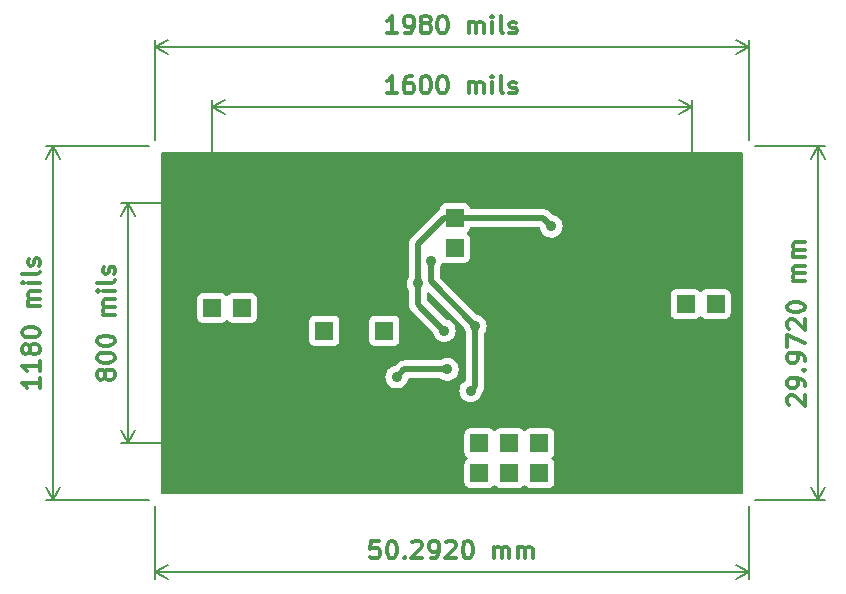
<source format=gbr>
%TF.GenerationSoftware,KiCad,Pcbnew,6.0.11+dfsg-1~bpo11+1*%
%TF.CreationDate,2023-07-05T12:25:47+00:00*%
%TF.ProjectId,PCRD01,50435244-3031-42e6-9b69-6361645f7063,01A*%
%TF.SameCoordinates,Original*%
%TF.FileFunction,Copper,L1,Top*%
%TF.FilePolarity,Positive*%
%FSLAX46Y46*%
G04 Gerber Fmt 4.6, Leading zero omitted, Abs format (unit mm)*
G04 Created by KiCad (PCBNEW 6.0.11+dfsg-1~bpo11+1) date 2023-07-05 12:25:47*
%MOMM*%
%LPD*%
G01*
G04 APERTURE LIST*
%ADD10C,0.300000*%
%TA.AperFunction,NonConductor*%
%ADD11C,0.300000*%
%TD*%
%TA.AperFunction,NonConductor*%
%ADD12C,0.200000*%
%TD*%
%TA.AperFunction,ComponentPad*%
%ADD13R,1.524000X1.524000*%
%TD*%
%TA.AperFunction,ComponentPad*%
%ADD14C,6.000000*%
%TD*%
%TA.AperFunction,ViaPad*%
%ADD15C,0.889000*%
%TD*%
%TA.AperFunction,Conductor*%
%ADD16C,0.400000*%
%TD*%
%TA.AperFunction,Conductor*%
%ADD17C,0.500000*%
%TD*%
G04 APERTURE END LIST*
D10*
D11*
X15677142Y29600429D02*
X14820000Y29600429D01*
X15248571Y29600429D02*
X15248571Y31100429D01*
X15105714Y30886143D01*
X14962857Y30743286D01*
X14820000Y30671858D01*
X16962857Y31100429D02*
X16677142Y31100429D01*
X16534285Y31029000D01*
X16462857Y30957572D01*
X16320000Y30743286D01*
X16248571Y30457572D01*
X16248571Y29886143D01*
X16320000Y29743286D01*
X16391428Y29671858D01*
X16534285Y29600429D01*
X16820000Y29600429D01*
X16962857Y29671858D01*
X17034285Y29743286D01*
X17105714Y29886143D01*
X17105714Y30243286D01*
X17034285Y30386143D01*
X16962857Y30457572D01*
X16820000Y30529000D01*
X16534285Y30529000D01*
X16391428Y30457572D01*
X16320000Y30386143D01*
X16248571Y30243286D01*
X18034285Y31100429D02*
X18177142Y31100429D01*
X18320000Y31029000D01*
X18391428Y30957572D01*
X18462857Y30814715D01*
X18534285Y30529000D01*
X18534285Y30171858D01*
X18462857Y29886143D01*
X18391428Y29743286D01*
X18320000Y29671858D01*
X18177142Y29600429D01*
X18034285Y29600429D01*
X17891428Y29671858D01*
X17820000Y29743286D01*
X17748571Y29886143D01*
X17677142Y30171858D01*
X17677142Y30529000D01*
X17748571Y30814715D01*
X17820000Y30957572D01*
X17891428Y31029000D01*
X18034285Y31100429D01*
X19462857Y31100429D02*
X19605714Y31100429D01*
X19748571Y31029000D01*
X19820000Y30957572D01*
X19891428Y30814715D01*
X19962857Y30529000D01*
X19962857Y30171858D01*
X19891428Y29886143D01*
X19820000Y29743286D01*
X19748571Y29671858D01*
X19605714Y29600429D01*
X19462857Y29600429D01*
X19320000Y29671858D01*
X19248571Y29743286D01*
X19177142Y29886143D01*
X19105714Y30171858D01*
X19105714Y30529000D01*
X19177142Y30814715D01*
X19248571Y30957572D01*
X19320000Y31029000D01*
X19462857Y31100429D01*
X21748571Y29600429D02*
X21748571Y30600429D01*
X21748571Y30457572D02*
X21820000Y30529000D01*
X21962857Y30600429D01*
X22177142Y30600429D01*
X22320000Y30529000D01*
X22391428Y30386143D01*
X22391428Y29600429D01*
X22391428Y30386143D02*
X22462857Y30529000D01*
X22605714Y30600429D01*
X22820000Y30600429D01*
X22962857Y30529000D01*
X23034285Y30386143D01*
X23034285Y29600429D01*
X23748571Y29600429D02*
X23748571Y30600429D01*
X23748571Y31100429D02*
X23677142Y31029000D01*
X23748571Y30957572D01*
X23820000Y31029000D01*
X23748571Y31100429D01*
X23748571Y30957572D01*
X24677142Y29600429D02*
X24534285Y29671858D01*
X24462857Y29814715D01*
X24462857Y31100429D01*
X25177142Y29671858D02*
X25320000Y29600429D01*
X25605714Y29600429D01*
X25748571Y29671858D01*
X25820000Y29814715D01*
X25820000Y29886143D01*
X25748571Y30029000D01*
X25605714Y30100429D01*
X25391428Y30100429D01*
X25248571Y30171858D01*
X25177142Y30314715D01*
X25177142Y30386143D01*
X25248571Y30529000D01*
X25391428Y30600429D01*
X25605714Y30600429D01*
X25748571Y30529000D01*
D12*
X0Y20820000D02*
X0Y29065420D01*
X40640000Y20820000D02*
X40640000Y29065420D01*
X0Y28479000D02*
X40640000Y28479000D01*
X0Y28479000D02*
X40640000Y28479000D01*
X0Y28479000D02*
X1126504Y27892579D01*
X0Y28479000D02*
X1126504Y29065421D01*
X40640000Y28479000D02*
X39513496Y29065421D01*
X40640000Y28479000D02*
X39513496Y27892579D01*
D10*
D11*
X-9086572Y5660000D02*
X-9158000Y5517143D01*
X-9229429Y5445715D01*
X-9372286Y5374286D01*
X-9443715Y5374286D01*
X-9586572Y5445715D01*
X-9658000Y5517143D01*
X-9729429Y5660000D01*
X-9729429Y5945715D01*
X-9658000Y6088572D01*
X-9586572Y6160000D01*
X-9443715Y6231429D01*
X-9372286Y6231429D01*
X-9229429Y6160000D01*
X-9158000Y6088572D01*
X-9086572Y5945715D01*
X-9086572Y5660000D01*
X-9015143Y5517143D01*
X-8943715Y5445715D01*
X-8800858Y5374286D01*
X-8515143Y5374286D01*
X-8372286Y5445715D01*
X-8300858Y5517143D01*
X-8229429Y5660000D01*
X-8229429Y5945715D01*
X-8300858Y6088572D01*
X-8372286Y6160000D01*
X-8515143Y6231429D01*
X-8800858Y6231429D01*
X-8943715Y6160000D01*
X-9015143Y6088572D01*
X-9086572Y5945715D01*
X-9729429Y7160000D02*
X-9729429Y7302858D01*
X-9658000Y7445715D01*
X-9586572Y7517143D01*
X-9443715Y7588572D01*
X-9158000Y7660000D01*
X-8800858Y7660000D01*
X-8515143Y7588572D01*
X-8372286Y7517143D01*
X-8300858Y7445715D01*
X-8229429Y7302858D01*
X-8229429Y7160000D01*
X-8300858Y7017143D01*
X-8372286Y6945715D01*
X-8515143Y6874286D01*
X-8800858Y6802858D01*
X-9158000Y6802858D01*
X-9443715Y6874286D01*
X-9586572Y6945715D01*
X-9658000Y7017143D01*
X-9729429Y7160000D01*
X-9729429Y8588572D02*
X-9729429Y8731429D01*
X-9658000Y8874286D01*
X-9586572Y8945715D01*
X-9443715Y9017143D01*
X-9158000Y9088572D01*
X-8800858Y9088572D01*
X-8515143Y9017143D01*
X-8372286Y8945715D01*
X-8300858Y8874286D01*
X-8229429Y8731429D01*
X-8229429Y8588572D01*
X-8300858Y8445715D01*
X-8372286Y8374286D01*
X-8515143Y8302858D01*
X-8800858Y8231429D01*
X-9158000Y8231429D01*
X-9443715Y8302858D01*
X-9586572Y8374286D01*
X-9658000Y8445715D01*
X-9729429Y8588572D01*
X-8229429Y10874286D02*
X-9229429Y10874286D01*
X-9086572Y10874286D02*
X-9158000Y10945715D01*
X-9229429Y11088572D01*
X-9229429Y11302858D01*
X-9158000Y11445715D01*
X-9015143Y11517143D01*
X-8229429Y11517143D01*
X-9015143Y11517143D02*
X-9158000Y11588572D01*
X-9229429Y11731429D01*
X-9229429Y11945715D01*
X-9158000Y12088572D01*
X-9015143Y12160000D01*
X-8229429Y12160000D01*
X-8229429Y12874286D02*
X-9229429Y12874286D01*
X-9729429Y12874286D02*
X-9658000Y12802858D01*
X-9586572Y12874286D01*
X-9658000Y12945715D01*
X-9729429Y12874286D01*
X-9586572Y12874286D01*
X-8229429Y13802858D02*
X-8300858Y13660000D01*
X-8443715Y13588572D01*
X-9729429Y13588572D01*
X-8300858Y14302858D02*
X-8229429Y14445715D01*
X-8229429Y14731429D01*
X-8300858Y14874286D01*
X-8443715Y14945715D01*
X-8515143Y14945715D01*
X-8658000Y14874286D01*
X-8729429Y14731429D01*
X-8729429Y14517143D01*
X-8800858Y14374286D01*
X-8943715Y14302858D01*
X-9015143Y14302858D01*
X-9158000Y14374286D01*
X-9229429Y14517143D01*
X-9229429Y14731429D01*
X-9158000Y14874286D01*
D12*
X-500000Y0D02*
X-7694420Y0D01*
X-500000Y20320000D02*
X-7694420Y20320000D01*
X-7108000Y0D02*
X-7108000Y20320000D01*
X-7108000Y0D02*
X-7108000Y20320000D01*
X-7108000Y0D02*
X-6521579Y1126504D01*
X-7108000Y0D02*
X-7694421Y1126504D01*
X-7108000Y20320000D02*
X-7694421Y19193496D01*
X-7108000Y20320000D02*
X-6521579Y19193496D01*
D10*
D11*
X15677142Y34680429D02*
X14820000Y34680429D01*
X15248571Y34680429D02*
X15248571Y36180429D01*
X15105714Y35966143D01*
X14962857Y35823286D01*
X14820000Y35751858D01*
X16391428Y34680429D02*
X16677142Y34680429D01*
X16820000Y34751858D01*
X16891428Y34823286D01*
X17034285Y35037572D01*
X17105714Y35323286D01*
X17105714Y35894715D01*
X17034285Y36037572D01*
X16962857Y36109000D01*
X16820000Y36180429D01*
X16534285Y36180429D01*
X16391428Y36109000D01*
X16320000Y36037572D01*
X16248571Y35894715D01*
X16248571Y35537572D01*
X16320000Y35394715D01*
X16391428Y35323286D01*
X16534285Y35251858D01*
X16820000Y35251858D01*
X16962857Y35323286D01*
X17034285Y35394715D01*
X17105714Y35537572D01*
X17962857Y35537572D02*
X17820000Y35609000D01*
X17748571Y35680429D01*
X17677142Y35823286D01*
X17677142Y35894715D01*
X17748571Y36037572D01*
X17820000Y36109000D01*
X17962857Y36180429D01*
X18248571Y36180429D01*
X18391428Y36109000D01*
X18462857Y36037572D01*
X18534285Y35894715D01*
X18534285Y35823286D01*
X18462857Y35680429D01*
X18391428Y35609000D01*
X18248571Y35537572D01*
X17962857Y35537572D01*
X17820000Y35466143D01*
X17748571Y35394715D01*
X17677142Y35251858D01*
X17677142Y34966143D01*
X17748571Y34823286D01*
X17820000Y34751858D01*
X17962857Y34680429D01*
X18248571Y34680429D01*
X18391428Y34751858D01*
X18462857Y34823286D01*
X18534285Y34966143D01*
X18534285Y35251858D01*
X18462857Y35394715D01*
X18391428Y35466143D01*
X18248571Y35537572D01*
X19462857Y36180429D02*
X19605714Y36180429D01*
X19748571Y36109000D01*
X19820000Y36037572D01*
X19891428Y35894715D01*
X19962857Y35609000D01*
X19962857Y35251858D01*
X19891428Y34966143D01*
X19820000Y34823286D01*
X19748571Y34751858D01*
X19605714Y34680429D01*
X19462857Y34680429D01*
X19320000Y34751858D01*
X19248571Y34823286D01*
X19177142Y34966143D01*
X19105714Y35251858D01*
X19105714Y35609000D01*
X19177142Y35894715D01*
X19248571Y36037572D01*
X19320000Y36109000D01*
X19462857Y36180429D01*
X21748571Y34680429D02*
X21748571Y35680429D01*
X21748571Y35537572D02*
X21820000Y35609000D01*
X21962857Y35680429D01*
X22177142Y35680429D01*
X22320000Y35609000D01*
X22391428Y35466143D01*
X22391428Y34680429D01*
X22391428Y35466143D02*
X22462857Y35609000D01*
X22605714Y35680429D01*
X22820000Y35680429D01*
X22962857Y35609000D01*
X23034285Y35466143D01*
X23034285Y34680429D01*
X23748571Y34680429D02*
X23748571Y35680429D01*
X23748571Y36180429D02*
X23677142Y36109000D01*
X23748571Y36037572D01*
X23820000Y36109000D01*
X23748571Y36180429D01*
X23748571Y36037572D01*
X24677142Y34680429D02*
X24534285Y34751858D01*
X24462857Y34894715D01*
X24462857Y36180429D01*
X25177142Y34751858D02*
X25320000Y34680429D01*
X25605714Y34680429D01*
X25748571Y34751858D01*
X25820000Y34894715D01*
X25820000Y34966143D01*
X25748571Y35109000D01*
X25605714Y35180429D01*
X25391428Y35180429D01*
X25248571Y35251858D01*
X25177142Y35394715D01*
X25177142Y35466143D01*
X25248571Y35609000D01*
X25391428Y35680429D01*
X25605714Y35680429D01*
X25748571Y35609000D01*
D12*
X-4826000Y25646000D02*
X-4826000Y34145420D01*
X45466000Y25646000D02*
X45466000Y34145420D01*
X-4826000Y33559000D02*
X45466000Y33559000D01*
X-4826000Y33559000D02*
X45466000Y33559000D01*
X-4826000Y33559000D02*
X-3699496Y32972579D01*
X-4826000Y33559000D02*
X-3699496Y34145421D01*
X45466000Y33559000D02*
X44339496Y34145421D01*
X45466000Y33559000D02*
X44339496Y32972579D01*
D10*
D11*
X-14579429Y5517143D02*
X-14579429Y4660000D01*
X-14579429Y5088572D02*
X-16079429Y5088572D01*
X-15865143Y4945715D01*
X-15722286Y4802858D01*
X-15650858Y4660000D01*
X-14579429Y6945715D02*
X-14579429Y6088572D01*
X-14579429Y6517143D02*
X-16079429Y6517143D01*
X-15865143Y6374286D01*
X-15722286Y6231429D01*
X-15650858Y6088572D01*
X-15436572Y7802858D02*
X-15508000Y7660000D01*
X-15579429Y7588572D01*
X-15722286Y7517143D01*
X-15793715Y7517143D01*
X-15936572Y7588572D01*
X-16008000Y7660000D01*
X-16079429Y7802858D01*
X-16079429Y8088572D01*
X-16008000Y8231429D01*
X-15936572Y8302858D01*
X-15793715Y8374286D01*
X-15722286Y8374286D01*
X-15579429Y8302858D01*
X-15508000Y8231429D01*
X-15436572Y8088572D01*
X-15436572Y7802858D01*
X-15365143Y7660000D01*
X-15293715Y7588572D01*
X-15150858Y7517143D01*
X-14865143Y7517143D01*
X-14722286Y7588572D01*
X-14650858Y7660000D01*
X-14579429Y7802858D01*
X-14579429Y8088572D01*
X-14650858Y8231429D01*
X-14722286Y8302858D01*
X-14865143Y8374286D01*
X-15150858Y8374286D01*
X-15293715Y8302858D01*
X-15365143Y8231429D01*
X-15436572Y8088572D01*
X-16079429Y9302858D02*
X-16079429Y9445715D01*
X-16008000Y9588572D01*
X-15936572Y9660000D01*
X-15793715Y9731429D01*
X-15508000Y9802858D01*
X-15150858Y9802858D01*
X-14865143Y9731429D01*
X-14722286Y9660000D01*
X-14650858Y9588572D01*
X-14579429Y9445715D01*
X-14579429Y9302858D01*
X-14650858Y9160000D01*
X-14722286Y9088572D01*
X-14865143Y9017143D01*
X-15150858Y8945715D01*
X-15508000Y8945715D01*
X-15793715Y9017143D01*
X-15936572Y9088572D01*
X-16008000Y9160000D01*
X-16079429Y9302858D01*
X-14579429Y11588572D02*
X-15579429Y11588572D01*
X-15436572Y11588572D02*
X-15508000Y11660000D01*
X-15579429Y11802858D01*
X-15579429Y12017143D01*
X-15508000Y12160000D01*
X-15365143Y12231429D01*
X-14579429Y12231429D01*
X-15365143Y12231429D02*
X-15508000Y12302858D01*
X-15579429Y12445715D01*
X-15579429Y12660000D01*
X-15508000Y12802858D01*
X-15365143Y12874286D01*
X-14579429Y12874286D01*
X-14579429Y13588572D02*
X-15579429Y13588572D01*
X-16079429Y13588572D02*
X-16008000Y13517143D01*
X-15936572Y13588572D01*
X-16008000Y13660000D01*
X-16079429Y13588572D01*
X-15936572Y13588572D01*
X-14579429Y14517143D02*
X-14650858Y14374286D01*
X-14793715Y14302858D01*
X-16079429Y14302858D01*
X-14650858Y15017143D02*
X-14579429Y15160000D01*
X-14579429Y15445715D01*
X-14650858Y15588572D01*
X-14793715Y15660000D01*
X-14865143Y15660000D01*
X-15008000Y15588572D01*
X-15079429Y15445715D01*
X-15079429Y15231429D01*
X-15150858Y15088572D01*
X-15293715Y15017143D01*
X-15365143Y15017143D01*
X-15508000Y15088572D01*
X-15579429Y15231429D01*
X-15579429Y15445715D01*
X-15508000Y15588572D01*
D12*
X-5326000Y-4826000D02*
X-14044420Y-4826000D01*
X-5326000Y25146000D02*
X-14044420Y25146000D01*
X-13458000Y-4826000D02*
X-13458000Y25146000D01*
X-13458000Y-4826000D02*
X-13458000Y25146000D01*
X-13458000Y-4826000D02*
X-12871579Y-3699496D01*
X-13458000Y-4826000D02*
X-14044421Y-3699496D01*
X-13458000Y25146000D02*
X-14044421Y24019496D01*
X-13458000Y25146000D02*
X-12871579Y24019496D01*
D10*
D11*
X14177142Y-8269571D02*
X13462857Y-8269571D01*
X13391428Y-8983857D01*
X13462857Y-8912428D01*
X13605714Y-8841000D01*
X13962857Y-8841000D01*
X14105714Y-8912428D01*
X14177142Y-8983857D01*
X14248571Y-9126714D01*
X14248571Y-9483857D01*
X14177142Y-9626714D01*
X14105714Y-9698142D01*
X13962857Y-9769571D01*
X13605714Y-9769571D01*
X13462857Y-9698142D01*
X13391428Y-9626714D01*
X15177142Y-8269571D02*
X15320000Y-8269571D01*
X15462857Y-8341000D01*
X15534285Y-8412428D01*
X15605714Y-8555285D01*
X15677142Y-8841000D01*
X15677142Y-9198142D01*
X15605714Y-9483857D01*
X15534285Y-9626714D01*
X15462857Y-9698142D01*
X15320000Y-9769571D01*
X15177142Y-9769571D01*
X15034285Y-9698142D01*
X14962857Y-9626714D01*
X14891428Y-9483857D01*
X14820000Y-9198142D01*
X14820000Y-8841000D01*
X14891428Y-8555285D01*
X14962857Y-8412428D01*
X15034285Y-8341000D01*
X15177142Y-8269571D01*
X16320000Y-9626714D02*
X16391428Y-9698142D01*
X16320000Y-9769571D01*
X16248571Y-9698142D01*
X16320000Y-9626714D01*
X16320000Y-9769571D01*
X16962857Y-8412428D02*
X17034285Y-8341000D01*
X17177142Y-8269571D01*
X17534285Y-8269571D01*
X17677142Y-8341000D01*
X17748571Y-8412428D01*
X17820000Y-8555285D01*
X17820000Y-8698142D01*
X17748571Y-8912428D01*
X16891428Y-9769571D01*
X17820000Y-9769571D01*
X18534285Y-9769571D02*
X18820000Y-9769571D01*
X18962857Y-9698142D01*
X19034285Y-9626714D01*
X19177142Y-9412428D01*
X19248571Y-9126714D01*
X19248571Y-8555285D01*
X19177142Y-8412428D01*
X19105714Y-8341000D01*
X18962857Y-8269571D01*
X18677142Y-8269571D01*
X18534285Y-8341000D01*
X18462857Y-8412428D01*
X18391428Y-8555285D01*
X18391428Y-8912428D01*
X18462857Y-9055285D01*
X18534285Y-9126714D01*
X18677142Y-9198142D01*
X18962857Y-9198142D01*
X19105714Y-9126714D01*
X19177142Y-9055285D01*
X19248571Y-8912428D01*
X19820000Y-8412428D02*
X19891428Y-8341000D01*
X20034285Y-8269571D01*
X20391428Y-8269571D01*
X20534285Y-8341000D01*
X20605714Y-8412428D01*
X20677142Y-8555285D01*
X20677142Y-8698142D01*
X20605714Y-8912428D01*
X19748571Y-9769571D01*
X20677142Y-9769571D01*
X21605714Y-8269571D02*
X21748571Y-8269571D01*
X21891428Y-8341000D01*
X21962857Y-8412428D01*
X22034285Y-8555285D01*
X22105714Y-8841000D01*
X22105714Y-9198142D01*
X22034285Y-9483857D01*
X21962857Y-9626714D01*
X21891428Y-9698142D01*
X21748571Y-9769571D01*
X21605714Y-9769571D01*
X21462857Y-9698142D01*
X21391428Y-9626714D01*
X21320000Y-9483857D01*
X21248571Y-9198142D01*
X21248571Y-8841000D01*
X21320000Y-8555285D01*
X21391428Y-8412428D01*
X21462857Y-8341000D01*
X21605714Y-8269571D01*
X23891428Y-9769571D02*
X23891428Y-8769571D01*
X23891428Y-8912428D02*
X23962857Y-8841000D01*
X24105714Y-8769571D01*
X24320000Y-8769571D01*
X24462857Y-8841000D01*
X24534285Y-8983857D01*
X24534285Y-9769571D01*
X24534285Y-8983857D02*
X24605714Y-8841000D01*
X24748571Y-8769571D01*
X24962857Y-8769571D01*
X25105714Y-8841000D01*
X25177142Y-8983857D01*
X25177142Y-9769571D01*
X25891428Y-9769571D02*
X25891428Y-8769571D01*
X25891428Y-8912428D02*
X25962857Y-8841000D01*
X26105714Y-8769571D01*
X26320000Y-8769571D01*
X26462857Y-8841000D01*
X26534285Y-8983857D01*
X26534285Y-9769571D01*
X26534285Y-8983857D02*
X26605714Y-8841000D01*
X26748571Y-8769571D01*
X26962857Y-8769571D01*
X27105714Y-8841000D01*
X27177142Y-8983857D01*
X27177142Y-9769571D01*
D12*
X-4826000Y-5326000D02*
X-4826000Y-11477420D01*
X45466000Y-5326000D02*
X45466000Y-11477420D01*
X-4826000Y-10891000D02*
X45466000Y-10891000D01*
X-4826000Y-10891000D02*
X45466000Y-10891000D01*
X-4826000Y-10891000D02*
X-3699496Y-11477421D01*
X-4826000Y-10891000D02*
X-3699496Y-10304579D01*
X45466000Y-10891000D02*
X44339496Y-10304579D01*
X45466000Y-10891000D02*
X44339496Y-11477421D01*
D10*
D11*
X48833428Y3231429D02*
X48762000Y3302858D01*
X48690571Y3445715D01*
X48690571Y3802858D01*
X48762000Y3945715D01*
X48833428Y4017143D01*
X48976285Y4088572D01*
X49119142Y4088572D01*
X49333428Y4017143D01*
X50190571Y3160000D01*
X50190571Y4088572D01*
X50190571Y4802858D02*
X50190571Y5088572D01*
X50119142Y5231429D01*
X50047714Y5302858D01*
X49833428Y5445715D01*
X49547714Y5517143D01*
X48976285Y5517143D01*
X48833428Y5445715D01*
X48762000Y5374286D01*
X48690571Y5231429D01*
X48690571Y4945715D01*
X48762000Y4802858D01*
X48833428Y4731429D01*
X48976285Y4660000D01*
X49333428Y4660000D01*
X49476285Y4731429D01*
X49547714Y4802858D01*
X49619142Y4945715D01*
X49619142Y5231429D01*
X49547714Y5374286D01*
X49476285Y5445715D01*
X49333428Y5517143D01*
X50047714Y6160000D02*
X50119142Y6231429D01*
X50190571Y6160000D01*
X50119142Y6088572D01*
X50047714Y6160000D01*
X50190571Y6160000D01*
X50190571Y6945715D02*
X50190571Y7231429D01*
X50119142Y7374286D01*
X50047714Y7445715D01*
X49833428Y7588572D01*
X49547714Y7660000D01*
X48976285Y7660000D01*
X48833428Y7588572D01*
X48762000Y7517143D01*
X48690571Y7374286D01*
X48690571Y7088572D01*
X48762000Y6945715D01*
X48833428Y6874286D01*
X48976285Y6802858D01*
X49333428Y6802858D01*
X49476285Y6874286D01*
X49547714Y6945715D01*
X49619142Y7088572D01*
X49619142Y7374286D01*
X49547714Y7517143D01*
X49476285Y7588572D01*
X49333428Y7660000D01*
X48690571Y8160000D02*
X48690571Y9160000D01*
X50190571Y8517143D01*
X48833428Y9660000D02*
X48762000Y9731429D01*
X48690571Y9874286D01*
X48690571Y10231429D01*
X48762000Y10374286D01*
X48833428Y10445715D01*
X48976285Y10517143D01*
X49119142Y10517143D01*
X49333428Y10445715D01*
X50190571Y9588572D01*
X50190571Y10517143D01*
X48690571Y11445715D02*
X48690571Y11588572D01*
X48762000Y11731429D01*
X48833428Y11802858D01*
X48976285Y11874286D01*
X49262000Y11945715D01*
X49619142Y11945715D01*
X49904857Y11874286D01*
X50047714Y11802858D01*
X50119142Y11731429D01*
X50190571Y11588572D01*
X50190571Y11445715D01*
X50119142Y11302858D01*
X50047714Y11231429D01*
X49904857Y11160000D01*
X49619142Y11088572D01*
X49262000Y11088572D01*
X48976285Y11160000D01*
X48833428Y11231429D01*
X48762000Y11302858D01*
X48690571Y11445715D01*
X50190571Y13731429D02*
X49190571Y13731429D01*
X49333428Y13731429D02*
X49262000Y13802858D01*
X49190571Y13945715D01*
X49190571Y14160000D01*
X49262000Y14302858D01*
X49404857Y14374286D01*
X50190571Y14374286D01*
X49404857Y14374286D02*
X49262000Y14445715D01*
X49190571Y14588572D01*
X49190571Y14802858D01*
X49262000Y14945715D01*
X49404857Y15017143D01*
X50190571Y15017143D01*
X50190571Y15731429D02*
X49190571Y15731429D01*
X49333428Y15731429D02*
X49262000Y15802858D01*
X49190571Y15945715D01*
X49190571Y16160000D01*
X49262000Y16302858D01*
X49404857Y16374286D01*
X50190571Y16374286D01*
X49404857Y16374286D02*
X49262000Y16445715D01*
X49190571Y16588572D01*
X49190571Y16802858D01*
X49262000Y16945715D01*
X49404857Y17017143D01*
X50190571Y17017143D01*
D12*
X45966000Y-4826000D02*
X51898420Y-4826000D01*
X45966000Y25146000D02*
X51898420Y25146000D01*
X51312000Y-4826000D02*
X51312000Y25146000D01*
X51312000Y-4826000D02*
X51312000Y25146000D01*
X51312000Y-4826000D02*
X51898421Y-3699496D01*
X51312000Y-4826000D02*
X50725579Y-3699496D01*
X51312000Y25146000D02*
X50725579Y24019496D01*
X51312000Y25146000D02*
X51898421Y24019496D01*
D13*
%TO.P,J1,1*%
%TO.N,GND*%
X2540000Y8890000D03*
%TO.P,J1,2*%
X0Y8890000D03*
%TO.P,J1,3*%
%TO.N,/+Ubias*%
X2540000Y11430000D03*
%TO.P,J1,4*%
X0Y11430000D03*
%TO.P,J1,5*%
%TO.N,GND*%
X2540000Y13970000D03*
%TO.P,J1,6*%
X0Y13970000D03*
%TD*%
%TO.P,J2,1*%
%TO.N,GND*%
X30276800Y0D03*
%TO.P,J2,2*%
X30276800Y-2540000D03*
%TO.P,J2,3*%
%TO.N,V-*%
X27736800Y0D03*
%TO.P,J2,4*%
X27736800Y-2540000D03*
%TO.P,J2,5*%
%TO.N,V+*%
X25196800Y0D03*
%TO.P,J2,6*%
X25196800Y-2540000D03*
%TO.P,J2,7*%
%TO.N,V-*%
X22656800Y0D03*
%TO.P,J2,8*%
X22656800Y-2540000D03*
%TO.P,J2,9*%
%TO.N,GND*%
X20116800Y0D03*
%TO.P,J2,10*%
X20116800Y-2540000D03*
%TD*%
%TO.P,J5,1*%
%TO.N,GND*%
X42646600Y9245600D03*
%TO.P,J5,2*%
X40106600Y9245600D03*
%TO.P,J5,3*%
%TO.N,Net-(C14-Pad2)*%
X42646600Y11785600D03*
%TO.P,J5,4*%
X40106600Y11785600D03*
%TO.P,J5,5*%
%TO.N,GND*%
X42646600Y14325600D03*
%TO.P,J5,6*%
X40106600Y14325600D03*
%TD*%
D14*
%TO.P,P4,1,P1*%
%TO.N,GND*%
X0Y0D03*
%TD*%
%TO.P,P3,1,P1*%
%TO.N,GND*%
X0Y20320000D03*
%TD*%
%TO.P,P1,1,P1*%
%TO.N,GND*%
X40640000Y0D03*
%TD*%
%TO.P,P2,1,P1*%
%TO.N,GND*%
X40640000Y20320000D03*
%TD*%
D13*
%TO.P,J4,1,P1*%
%TO.N,/#SHDN*%
X20574000Y16510000D03*
%TO.P,J4,2,PM*%
%TO.N,V+*%
X20574000Y19050000D03*
%TD*%
%TO.P,J3,1*%
%TO.N,/K*%
X9525000Y9525000D03*
%TO.P,J3,2*%
%TO.N,GND*%
X12065000Y9525000D03*
%TO.P,J3,3*%
%TO.N,/A*%
X14605000Y9525000D03*
%TD*%
D15*
%TO.N,GND*%
X24739600Y16510000D03*
X17043400Y22402800D03*
X32766000Y21818600D03*
X27762200Y22301200D03*
X24765000Y13970000D03*
X21996400Y13208000D03*
X23266400Y3454400D03*
X-2184400Y15900400D03*
X-2184400Y4826000D03*
X28600400Y12242800D03*
X33375600Y3733800D03*
X1282000Y4999000D03*
X37033200Y5105400D03*
X27495500Y3238500D03*
X23037800Y22199600D03*
X12217400Y22834600D03*
X4292600Y18516600D03*
%TO.N,V+*%
X19690447Y9519689D03*
X17449800Y13538200D03*
X28732000Y18349000D03*
%TO.N,Net-(C4-Pad1)*%
X19939000Y6235700D03*
X15646931Y5584069D03*
%TO.N,V-*%
X21920200Y4432300D03*
X22298002Y9906000D03*
X18521400Y15438400D03*
%TD*%
D16*
%TO.N,GND*%
X22834600Y22402800D02*
X23037800Y22199600D01*
X20116800Y0D02*
X19380200Y0D01*
X27279600Y3454400D02*
X27495500Y3238500D01*
%TO.N,V+*%
X21926500Y19050000D02*
X22771748Y19050000D01*
D17*
X28732000Y18349000D02*
X28031000Y19050000D01*
X17449800Y13538200D02*
X17449800Y16840200D01*
D16*
X20701000Y19050000D02*
X21926500Y19050000D01*
D17*
X17449800Y11760336D02*
X17750517Y11459619D01*
X17449800Y13538200D02*
X17449800Y11760336D01*
X19690447Y9519689D02*
X17750517Y11459619D01*
X20701000Y19050000D02*
X28031000Y19050000D01*
X17449800Y16840200D02*
X17774499Y17164899D01*
X17774499Y17164899D02*
X19659600Y19050000D01*
X22771748Y19050000D02*
X19659600Y19050000D01*
X28031000Y19050000D02*
X22771748Y19050000D01*
%TO.N,Net-(C4-Pad1)*%
X15646931Y5584069D02*
X16298562Y6235700D01*
X16298562Y6235700D02*
X19939000Y6235700D01*
%TO.N,V-*%
X18521400Y15438400D02*
X18521400Y13682602D01*
X22298002Y9906000D02*
X22298002Y4810102D01*
X18521400Y13682602D02*
X22298002Y9906000D01*
X22298002Y4810102D02*
X21920200Y4432300D01*
%TD*%
%TA.AperFunction,Conductor*%
%TO.N,GND*%
G36*
X44916691Y24618593D02*
G01*
X44952655Y24569093D01*
X44957500Y24538500D01*
X44957500Y-4218500D01*
X44938593Y-4276691D01*
X44889093Y-4312655D01*
X44858500Y-4317500D01*
X-4218500Y-4317500D01*
X-4276691Y-4298593D01*
X-4312655Y-4249093D01*
X-4317500Y-4218500D01*
X-4317500Y-3350134D01*
X21386300Y-3350134D01*
X21393055Y-3412316D01*
X21444185Y-3548705D01*
X21531539Y-3665261D01*
X21648095Y-3752615D01*
X21784484Y-3803745D01*
X21790656Y-3804415D01*
X21790658Y-3804416D01*
X21826637Y-3808324D01*
X21846666Y-3810500D01*
X23466934Y-3810500D01*
X23486963Y-3808324D01*
X23522942Y-3804416D01*
X23522944Y-3804415D01*
X23529116Y-3803745D01*
X23665505Y-3752615D01*
X23782061Y-3665261D01*
X23786291Y-3659617D01*
X23786295Y-3659613D01*
X23847580Y-3577841D01*
X23897608Y-3542616D01*
X23958786Y-3543524D01*
X24006020Y-3577841D01*
X24067305Y-3659613D01*
X24067309Y-3659617D01*
X24071539Y-3665261D01*
X24188095Y-3752615D01*
X24324484Y-3803745D01*
X24330656Y-3804415D01*
X24330658Y-3804416D01*
X24366637Y-3808324D01*
X24386666Y-3810500D01*
X26006934Y-3810500D01*
X26026963Y-3808324D01*
X26062942Y-3804416D01*
X26062944Y-3804415D01*
X26069116Y-3803745D01*
X26205505Y-3752615D01*
X26322061Y-3665261D01*
X26326291Y-3659617D01*
X26326295Y-3659613D01*
X26387580Y-3577841D01*
X26437608Y-3542616D01*
X26498786Y-3543524D01*
X26546020Y-3577841D01*
X26607305Y-3659613D01*
X26607309Y-3659617D01*
X26611539Y-3665261D01*
X26728095Y-3752615D01*
X26864484Y-3803745D01*
X26870656Y-3804415D01*
X26870658Y-3804416D01*
X26906637Y-3808324D01*
X26926666Y-3810500D01*
X28546934Y-3810500D01*
X28566963Y-3808324D01*
X28602942Y-3804416D01*
X28602944Y-3804415D01*
X28609116Y-3803745D01*
X28745505Y-3752615D01*
X28862061Y-3665261D01*
X28949415Y-3548705D01*
X29000545Y-3412316D01*
X29007300Y-3350134D01*
X29007300Y-1729866D01*
X29000545Y-1667684D01*
X28949415Y-1531295D01*
X28862061Y-1414739D01*
X28856417Y-1410509D01*
X28856413Y-1410505D01*
X28774641Y-1349220D01*
X28739416Y-1299192D01*
X28740324Y-1238014D01*
X28774641Y-1190780D01*
X28856413Y-1129495D01*
X28856417Y-1129491D01*
X28862061Y-1125261D01*
X28949415Y-1008705D01*
X29000545Y-872316D01*
X29007300Y-810134D01*
X29007300Y810134D01*
X29000545Y872316D01*
X28949415Y1008705D01*
X28862061Y1125261D01*
X28745505Y1212615D01*
X28609116Y1263745D01*
X28602944Y1264415D01*
X28602942Y1264416D01*
X28566963Y1268324D01*
X28546934Y1270500D01*
X26926666Y1270500D01*
X26906637Y1268324D01*
X26870658Y1264416D01*
X26870656Y1264415D01*
X26864484Y1263745D01*
X26728095Y1212615D01*
X26611539Y1125261D01*
X26607309Y1119617D01*
X26607305Y1119613D01*
X26546020Y1037841D01*
X26495992Y1002616D01*
X26434814Y1003524D01*
X26387580Y1037841D01*
X26326295Y1119613D01*
X26326291Y1119617D01*
X26322061Y1125261D01*
X26205505Y1212615D01*
X26069116Y1263745D01*
X26062944Y1264415D01*
X26062942Y1264416D01*
X26026963Y1268324D01*
X26006934Y1270500D01*
X24386666Y1270500D01*
X24366637Y1268324D01*
X24330658Y1264416D01*
X24330656Y1264415D01*
X24324484Y1263745D01*
X24188095Y1212615D01*
X24071539Y1125261D01*
X24067309Y1119617D01*
X24067305Y1119613D01*
X24006020Y1037841D01*
X23955992Y1002616D01*
X23894814Y1003524D01*
X23847580Y1037841D01*
X23786295Y1119613D01*
X23786291Y1119617D01*
X23782061Y1125261D01*
X23665505Y1212615D01*
X23529116Y1263745D01*
X23522944Y1264415D01*
X23522942Y1264416D01*
X23486963Y1268324D01*
X23466934Y1270500D01*
X21846666Y1270500D01*
X21826637Y1268324D01*
X21790658Y1264416D01*
X21790656Y1264415D01*
X21784484Y1263745D01*
X21648095Y1212615D01*
X21531539Y1125261D01*
X21444185Y1008705D01*
X21393055Y872316D01*
X21386300Y810134D01*
X21386300Y-810134D01*
X21393055Y-872316D01*
X21444185Y-1008705D01*
X21531539Y-1125261D01*
X21537183Y-1129491D01*
X21537187Y-1129495D01*
X21618959Y-1190780D01*
X21654184Y-1240808D01*
X21653276Y-1301986D01*
X21618959Y-1349220D01*
X21537187Y-1410505D01*
X21537183Y-1410509D01*
X21531539Y-1414739D01*
X21444185Y-1531295D01*
X21393055Y-1667684D01*
X21386300Y-1729866D01*
X21386300Y-3350134D01*
X-4317500Y-3350134D01*
X-4317500Y5597439D01*
X14689413Y5597439D01*
X14689818Y5592619D01*
X14703712Y5427162D01*
X14705052Y5411202D01*
X14756567Y5231549D01*
X14841995Y5065323D01*
X14958083Y4918857D01*
X14961763Y4915725D01*
X14961765Y4915723D01*
X14994795Y4887612D01*
X15100409Y4797727D01*
X15104631Y4795367D01*
X15104636Y4795364D01*
X15140124Y4775531D01*
X15263552Y4706550D01*
X15268150Y4705056D01*
X15436693Y4650293D01*
X15436695Y4650292D01*
X15441298Y4648797D01*
X15626876Y4626668D01*
X15631698Y4627039D01*
X15631701Y4627039D01*
X15692697Y4631733D01*
X15813218Y4641006D01*
X15993227Y4691265D01*
X15997545Y4693446D01*
X16155724Y4773348D01*
X16155726Y4773349D01*
X16160045Y4775531D01*
X16307318Y4890594D01*
X16310480Y4894257D01*
X16310485Y4894262D01*
X16426274Y5028406D01*
X16429438Y5032071D01*
X16446173Y5061529D01*
X16519363Y5190368D01*
X16519364Y5190371D01*
X16521752Y5194574D01*
X16580745Y5371912D01*
X16583107Y5390608D01*
X16609158Y5445970D01*
X16662775Y5475446D01*
X16681326Y5477200D01*
X19323339Y5477200D01*
X19381530Y5458293D01*
X19387501Y5453594D01*
X19392478Y5449358D01*
X19396700Y5446998D01*
X19396705Y5446995D01*
X19469069Y5406553D01*
X19555621Y5358181D01*
X19560219Y5356687D01*
X19728762Y5301924D01*
X19728764Y5301923D01*
X19733367Y5300428D01*
X19918945Y5278299D01*
X19923767Y5278670D01*
X19923770Y5278670D01*
X19984766Y5283364D01*
X20105287Y5292637D01*
X20285296Y5342896D01*
X20289614Y5345077D01*
X20447793Y5424979D01*
X20447795Y5424980D01*
X20452114Y5427162D01*
X20599387Y5542225D01*
X20602549Y5545888D01*
X20602554Y5545893D01*
X20718343Y5680037D01*
X20721507Y5683702D01*
X20775277Y5778354D01*
X20811432Y5841999D01*
X20811433Y5842002D01*
X20813821Y5846205D01*
X20850577Y5956695D01*
X20871287Y6018952D01*
X20871288Y6018954D01*
X20872814Y6023543D01*
X20896238Y6208962D01*
X20896611Y6235700D01*
X20878373Y6421701D01*
X20824355Y6600617D01*
X20736615Y6765634D01*
X20618493Y6910465D01*
X20612558Y6915375D01*
X20478216Y7026512D01*
X20478214Y7026513D01*
X20474489Y7029595D01*
X20310089Y7118486D01*
X20131554Y7173752D01*
X20126744Y7174258D01*
X20126742Y7174258D01*
X19950501Y7192782D01*
X19950499Y7192782D01*
X19945685Y7193288D01*
X19885781Y7187836D01*
X19764382Y7176788D01*
X19764379Y7176787D01*
X19759562Y7176349D01*
X19754920Y7174983D01*
X19754916Y7174982D01*
X19584920Y7124949D01*
X19584917Y7124948D01*
X19580273Y7123581D01*
X19414647Y7036995D01*
X19410871Y7033959D01*
X19410868Y7033957D01*
X19388592Y7016046D01*
X19326558Y6994200D01*
X16363583Y6994200D01*
X16348694Y6995326D01*
X16330902Y6998033D01*
X16330898Y6998033D01*
X16325213Y6998898D01*
X16273386Y6994683D01*
X16271458Y6994526D01*
X16263433Y6994200D01*
X16254269Y6994200D01*
X16251425Y6993868D01*
X16251417Y6993868D01*
X16225572Y6990855D01*
X16222136Y6990515D01*
X16154661Y6985027D01*
X16154657Y6985026D01*
X16148925Y6984560D01*
X16143452Y6982787D01*
X16137813Y6981660D01*
X16137791Y6981770D01*
X16134166Y6980980D01*
X16134192Y6980871D01*
X16128596Y6979548D01*
X16122881Y6978882D01*
X16117473Y6976919D01*
X16053822Y6953815D01*
X16050554Y6952693D01*
X15997708Y6935573D01*
X15980663Y6930051D01*
X15975748Y6927068D01*
X15970516Y6924673D01*
X15970470Y6924774D01*
X15967124Y6923172D01*
X15967175Y6923070D01*
X15962039Y6920498D01*
X15956625Y6918533D01*
X15951809Y6915376D01*
X15951808Y6915375D01*
X15895209Y6878267D01*
X15892287Y6876423D01*
X15833227Y6840585D01*
X15833223Y6840582D01*
X15829454Y6838295D01*
X15821078Y6830897D01*
X15820958Y6831033D01*
X15817800Y6828554D01*
X15817931Y6828398D01*
X15813518Y6824708D01*
X15808710Y6821556D01*
X15804757Y6817383D01*
X15755218Y6765089D01*
X15753351Y6763170D01*
X15544986Y6554805D01*
X15490469Y6527028D01*
X15483954Y6526216D01*
X15472312Y6525157D01*
X15472307Y6525156D01*
X15467493Y6524718D01*
X15398136Y6504305D01*
X15292851Y6473318D01*
X15292848Y6473317D01*
X15288204Y6471950D01*
X15122578Y6385364D01*
X15118802Y6382328D01*
X15118799Y6382326D01*
X14980698Y6271289D01*
X14976926Y6268256D01*
X14973817Y6264551D01*
X14973814Y6264548D01*
X14951923Y6238459D01*
X14856793Y6125088D01*
X14854461Y6120845D01*
X14854459Y6120843D01*
X14798445Y6018952D01*
X14766757Y5961312D01*
X14765294Y5956699D01*
X14765292Y5956695D01*
X14711710Y5787785D01*
X14711709Y5787779D01*
X14710246Y5783168D01*
X14689413Y5597439D01*
X-4317500Y5597439D01*
X-4317500Y8714866D01*
X8254500Y8714866D01*
X8261255Y8652684D01*
X8312385Y8516295D01*
X8399739Y8399739D01*
X8516295Y8312385D01*
X8652684Y8261255D01*
X8658856Y8260585D01*
X8658858Y8260584D01*
X8694837Y8256676D01*
X8714866Y8254500D01*
X10335134Y8254500D01*
X10355163Y8256676D01*
X10391142Y8260584D01*
X10391144Y8260585D01*
X10397316Y8261255D01*
X10533705Y8312385D01*
X10650261Y8399739D01*
X10737615Y8516295D01*
X10788745Y8652684D01*
X10795500Y8714866D01*
X13334500Y8714866D01*
X13341255Y8652684D01*
X13392385Y8516295D01*
X13479739Y8399739D01*
X13596295Y8312385D01*
X13732684Y8261255D01*
X13738856Y8260585D01*
X13738858Y8260584D01*
X13774837Y8256676D01*
X13794866Y8254500D01*
X15415134Y8254500D01*
X15435163Y8256676D01*
X15471142Y8260584D01*
X15471144Y8260585D01*
X15477316Y8261255D01*
X15613705Y8312385D01*
X15730261Y8399739D01*
X15817615Y8516295D01*
X15868745Y8652684D01*
X15875500Y8714866D01*
X15875500Y10335134D01*
X15868745Y10397316D01*
X15822309Y10521184D01*
X15820089Y10527106D01*
X15820089Y10527107D01*
X15817615Y10533705D01*
X15730261Y10650261D01*
X15613705Y10737615D01*
X15477316Y10788745D01*
X15471144Y10789415D01*
X15471142Y10789416D01*
X15435163Y10793324D01*
X15415134Y10795500D01*
X13794866Y10795500D01*
X13774837Y10793324D01*
X13738858Y10789416D01*
X13738856Y10789415D01*
X13732684Y10788745D01*
X13596295Y10737615D01*
X13479739Y10650261D01*
X13392385Y10533705D01*
X13389911Y10527107D01*
X13389911Y10527106D01*
X13387691Y10521184D01*
X13341255Y10397316D01*
X13334500Y10335134D01*
X13334500Y8714866D01*
X10795500Y8714866D01*
X10795500Y10335134D01*
X10788745Y10397316D01*
X10742309Y10521184D01*
X10740089Y10527106D01*
X10740089Y10527107D01*
X10737615Y10533705D01*
X10650261Y10650261D01*
X10533705Y10737615D01*
X10397316Y10788745D01*
X10391144Y10789415D01*
X10391142Y10789416D01*
X10355163Y10793324D01*
X10335134Y10795500D01*
X8714866Y10795500D01*
X8694837Y10793324D01*
X8658858Y10789416D01*
X8658856Y10789415D01*
X8652684Y10788745D01*
X8516295Y10737615D01*
X8399739Y10650261D01*
X8312385Y10533705D01*
X8309911Y10527107D01*
X8309911Y10527106D01*
X8307691Y10521184D01*
X8261255Y10397316D01*
X8254500Y10335134D01*
X8254500Y8714866D01*
X-4317500Y8714866D01*
X-4317500Y10619866D01*
X-1270500Y10619866D01*
X-1270211Y10617207D01*
X-1265138Y10570511D01*
X-1263745Y10557684D01*
X-1212615Y10421295D01*
X-1125261Y10304739D01*
X-1008705Y10217385D01*
X-872316Y10166255D01*
X-866144Y10165585D01*
X-866142Y10165584D01*
X-830163Y10161676D01*
X-810134Y10159500D01*
X810134Y10159500D01*
X830163Y10161676D01*
X866142Y10165584D01*
X866144Y10165585D01*
X872316Y10166255D01*
X1008705Y10217385D01*
X1125261Y10304739D01*
X1129491Y10310383D01*
X1129495Y10310387D01*
X1190780Y10392159D01*
X1240808Y10427384D01*
X1301986Y10426476D01*
X1349220Y10392159D01*
X1410505Y10310387D01*
X1410509Y10310383D01*
X1414739Y10304739D01*
X1531295Y10217385D01*
X1667684Y10166255D01*
X1673856Y10165585D01*
X1673858Y10165584D01*
X1709837Y10161676D01*
X1729866Y10159500D01*
X3350134Y10159500D01*
X3370163Y10161676D01*
X3406142Y10165584D01*
X3406144Y10165585D01*
X3412316Y10166255D01*
X3548705Y10217385D01*
X3665261Y10304739D01*
X3752615Y10421295D01*
X3803745Y10557684D01*
X3805139Y10570511D01*
X3810211Y10617207D01*
X3810500Y10619866D01*
X3810500Y12240134D01*
X3803745Y12302316D01*
X3752615Y12438705D01*
X3665261Y12555261D01*
X3548705Y12642615D01*
X3412316Y12693745D01*
X3406144Y12694415D01*
X3406142Y12694416D01*
X3370163Y12698324D01*
X3350134Y12700500D01*
X1729866Y12700500D01*
X1709837Y12698324D01*
X1673858Y12694416D01*
X1673856Y12694415D01*
X1667684Y12693745D01*
X1531295Y12642615D01*
X1414739Y12555261D01*
X1410509Y12549617D01*
X1410505Y12549613D01*
X1349220Y12467841D01*
X1299192Y12432616D01*
X1238014Y12433524D01*
X1190780Y12467841D01*
X1129495Y12549613D01*
X1129491Y12549617D01*
X1125261Y12555261D01*
X1008705Y12642615D01*
X872316Y12693745D01*
X866144Y12694415D01*
X866142Y12694416D01*
X830163Y12698324D01*
X810134Y12700500D01*
X-810134Y12700500D01*
X-830163Y12698324D01*
X-866142Y12694416D01*
X-866144Y12694415D01*
X-872316Y12693745D01*
X-1008705Y12642615D01*
X-1125261Y12555261D01*
X-1212615Y12438705D01*
X-1263745Y12302316D01*
X-1270500Y12240134D01*
X-1270500Y10619866D01*
X-4317500Y10619866D01*
X-4317500Y13551570D01*
X16492282Y13551570D01*
X16507921Y13365333D01*
X16559436Y13185680D01*
X16644864Y13019454D01*
X16647875Y13015656D01*
X16647875Y13015655D01*
X16669885Y12987886D01*
X16691300Y12926392D01*
X16691300Y11825363D01*
X16690174Y11810474D01*
X16686601Y11786987D01*
X16687068Y11781251D01*
X16690974Y11733224D01*
X16691300Y11725198D01*
X16691300Y11716043D01*
X16691632Y11713198D01*
X16691632Y11713192D01*
X16694644Y11687356D01*
X16694984Y11683920D01*
X16700940Y11610699D01*
X16702714Y11605224D01*
X16703840Y11599587D01*
X16703730Y11599565D01*
X16704520Y11595940D01*
X16704629Y11595966D01*
X16705952Y11590370D01*
X16706618Y11584655D01*
X16708581Y11579247D01*
X16731685Y11515596D01*
X16732807Y11512328D01*
X16755449Y11442437D01*
X16758432Y11437522D01*
X16760827Y11432290D01*
X16760726Y11432244D01*
X16762328Y11428898D01*
X16762430Y11428949D01*
X16765002Y11423814D01*
X16766967Y11418399D01*
X16770125Y11413583D01*
X16807246Y11356964D01*
X16809087Y11354045D01*
X16847205Y11291229D01*
X16850125Y11287923D01*
X16854603Y11282852D01*
X16854455Y11282721D01*
X16856936Y11279566D01*
X16857102Y11279705D01*
X16860792Y11275292D01*
X16863944Y11270484D01*
X16868117Y11266531D01*
X16920411Y11216992D01*
X16922330Y11215125D01*
X18719095Y9418360D01*
X18746872Y9363843D01*
X18747744Y9356638D01*
X18748568Y9346822D01*
X18800083Y9167169D01*
X18885511Y9000943D01*
X19001599Y8854477D01*
X19005279Y8851345D01*
X19005281Y8851343D01*
X19038311Y8823232D01*
X19143925Y8733347D01*
X19148147Y8730987D01*
X19148152Y8730984D01*
X19183640Y8711151D01*
X19307068Y8642170D01*
X19311666Y8640676D01*
X19480209Y8585913D01*
X19480211Y8585912D01*
X19484814Y8584417D01*
X19670392Y8562288D01*
X19675214Y8562659D01*
X19675217Y8562659D01*
X19736213Y8567353D01*
X19856734Y8576626D01*
X20036743Y8626885D01*
X20041061Y8629066D01*
X20199240Y8708968D01*
X20199242Y8708969D01*
X20203561Y8711151D01*
X20350834Y8826214D01*
X20353996Y8829877D01*
X20354001Y8829882D01*
X20469790Y8964026D01*
X20472954Y8967691D01*
X20489689Y8997149D01*
X20562879Y9125988D01*
X20562880Y9125991D01*
X20565268Y9130194D01*
X20579118Y9171826D01*
X20622734Y9302941D01*
X20622735Y9302943D01*
X20624261Y9307532D01*
X20629834Y9351642D01*
X20647337Y9490199D01*
X20647685Y9492951D01*
X20648058Y9519689D01*
X20629820Y9705690D01*
X20575802Y9884606D01*
X20488062Y10049623D01*
X20369940Y10194454D01*
X20236628Y10304739D01*
X20229663Y10310501D01*
X20229661Y10310502D01*
X20225936Y10313584D01*
X20080615Y10392159D01*
X20065790Y10400175D01*
X20065789Y10400175D01*
X20061536Y10402475D01*
X19984002Y10426476D01*
X19887622Y10456311D01*
X19887618Y10456312D01*
X19883001Y10457741D01*
X19878192Y10458246D01*
X19878189Y10458247D01*
X19867265Y10459395D01*
X19853140Y10460879D01*
X19793484Y10489333D01*
X18237296Y12045521D01*
X18209519Y12100038D01*
X18208300Y12115525D01*
X18208300Y12684013D01*
X18227207Y12742204D01*
X18276707Y12778168D01*
X18337893Y12778168D01*
X18377304Y12754017D01*
X21326650Y9804671D01*
X21354427Y9750154D01*
X21355299Y9742949D01*
X21356123Y9733133D01*
X21407638Y9553480D01*
X21493066Y9387254D01*
X21496077Y9383456D01*
X21496077Y9383455D01*
X21518087Y9355686D01*
X21539502Y9294192D01*
X21539502Y5368652D01*
X21520595Y5310461D01*
X21486368Y5280918D01*
X21400144Y5235842D01*
X21400139Y5235839D01*
X21395847Y5233595D01*
X21392071Y5230559D01*
X21392068Y5230557D01*
X21253967Y5119520D01*
X21250195Y5116487D01*
X21247086Y5112782D01*
X21247083Y5112779D01*
X21210880Y5069634D01*
X21130062Y4973319D01*
X21127730Y4969076D01*
X21127728Y4969074D01*
X21046514Y4821344D01*
X21040026Y4809543D01*
X21038563Y4804930D01*
X21038561Y4804926D01*
X20984979Y4636016D01*
X20984978Y4636010D01*
X20983515Y4631399D01*
X20982975Y4626585D01*
X20974929Y4554850D01*
X20962682Y4445670D01*
X20963087Y4440850D01*
X20976903Y4276325D01*
X20978321Y4259433D01*
X21029836Y4079780D01*
X21115264Y3913554D01*
X21231352Y3767088D01*
X21235032Y3763956D01*
X21235034Y3763954D01*
X21268064Y3735843D01*
X21373678Y3645958D01*
X21377900Y3643598D01*
X21377905Y3643595D01*
X21413393Y3623762D01*
X21536821Y3554781D01*
X21541419Y3553287D01*
X21709962Y3498524D01*
X21709964Y3498523D01*
X21714567Y3497028D01*
X21900145Y3474899D01*
X21904967Y3475270D01*
X21904970Y3475270D01*
X21965966Y3479964D01*
X22086487Y3489237D01*
X22266496Y3539496D01*
X22270814Y3541677D01*
X22428993Y3621579D01*
X22428995Y3621580D01*
X22433314Y3623762D01*
X22580587Y3738825D01*
X22583749Y3742488D01*
X22583754Y3742493D01*
X22699543Y3876637D01*
X22702707Y3880302D01*
X22719442Y3909760D01*
X22792632Y4038599D01*
X22792633Y4038602D01*
X22795021Y4042805D01*
X22854014Y4220143D01*
X22854621Y4224947D01*
X22861112Y4276325D01*
X22881684Y4325332D01*
X22883594Y4327746D01*
X22885736Y4330359D01*
X22933335Y4386387D01*
X22935949Y4391506D01*
X22939144Y4396296D01*
X22939236Y4396235D01*
X22941239Y4399355D01*
X22941145Y4399413D01*
X22944170Y4404310D01*
X22947736Y4408818D01*
X22964960Y4445670D01*
X22978843Y4475376D01*
X22980361Y4478481D01*
X22984204Y4486007D01*
X23013771Y4543910D01*
X23015139Y4549500D01*
X23017143Y4554889D01*
X23017247Y4554850D01*
X23018479Y4558348D01*
X23018372Y4558383D01*
X23020186Y4563836D01*
X23022624Y4569052D01*
X23037591Y4641006D01*
X23038336Y4644301D01*
X23055810Y4715712D01*
X23056502Y4726866D01*
X23056729Y4726852D01*
X23057197Y4730838D01*
X23056960Y4730859D01*
X23057471Y4736581D01*
X23058643Y4742217D01*
X23056538Y4820014D01*
X23056502Y4822692D01*
X23056502Y9289385D01*
X23074604Y9346451D01*
X23077345Y9350336D01*
X23080509Y9354002D01*
X23082902Y9358214D01*
X23170434Y9512299D01*
X23170435Y9512302D01*
X23172823Y9516505D01*
X23186673Y9558137D01*
X23230289Y9689252D01*
X23230290Y9689254D01*
X23231816Y9693843D01*
X23237389Y9737953D01*
X23254892Y9876510D01*
X23255240Y9879262D01*
X23255613Y9906000D01*
X23237375Y10092001D01*
X23183357Y10270917D01*
X23095617Y10435934D01*
X22977495Y10580765D01*
X22900311Y10644617D01*
X22837218Y10696812D01*
X22837216Y10696813D01*
X22833491Y10699895D01*
X22679822Y10782984D01*
X22673345Y10786486D01*
X22673344Y10786486D01*
X22669091Y10788786D01*
X22610929Y10806790D01*
X22495177Y10842622D01*
X22495173Y10842623D01*
X22490556Y10844052D01*
X22485747Y10844557D01*
X22485744Y10844558D01*
X22474820Y10845706D01*
X22460695Y10847190D01*
X22401039Y10875644D01*
X22301217Y10975466D01*
X38836100Y10975466D01*
X38842855Y10913284D01*
X38845035Y10907469D01*
X38889543Y10788745D01*
X38893985Y10776895D01*
X38981339Y10660339D01*
X39097895Y10572985D01*
X39234284Y10521855D01*
X39240456Y10521185D01*
X39240458Y10521184D01*
X39276437Y10517276D01*
X39296466Y10515100D01*
X40916734Y10515100D01*
X40936763Y10517276D01*
X40972742Y10521184D01*
X40972744Y10521185D01*
X40978916Y10521855D01*
X41115305Y10572985D01*
X41231861Y10660339D01*
X41236091Y10665983D01*
X41236095Y10665987D01*
X41297380Y10747759D01*
X41347408Y10782984D01*
X41408586Y10782076D01*
X41455820Y10747759D01*
X41517105Y10665987D01*
X41517109Y10665983D01*
X41521339Y10660339D01*
X41637895Y10572985D01*
X41774284Y10521855D01*
X41780456Y10521185D01*
X41780458Y10521184D01*
X41816437Y10517276D01*
X41836466Y10515100D01*
X43456734Y10515100D01*
X43476763Y10517276D01*
X43512742Y10521184D01*
X43512744Y10521185D01*
X43518916Y10521855D01*
X43655305Y10572985D01*
X43771861Y10660339D01*
X43859215Y10776895D01*
X43863658Y10788745D01*
X43908165Y10907469D01*
X43910345Y10913284D01*
X43917100Y10975466D01*
X43917100Y12595734D01*
X43912007Y12642615D01*
X43911016Y12651742D01*
X43911015Y12651744D01*
X43910345Y12657916D01*
X43874318Y12754017D01*
X43861689Y12787706D01*
X43861689Y12787707D01*
X43859215Y12794305D01*
X43771861Y12910861D01*
X43655305Y12998215D01*
X43518916Y13049345D01*
X43512744Y13050015D01*
X43512742Y13050016D01*
X43476763Y13053924D01*
X43456734Y13056100D01*
X41836466Y13056100D01*
X41816437Y13053924D01*
X41780458Y13050016D01*
X41780456Y13050015D01*
X41774284Y13049345D01*
X41637895Y12998215D01*
X41521339Y12910861D01*
X41517109Y12905217D01*
X41517105Y12905213D01*
X41455820Y12823441D01*
X41405792Y12788216D01*
X41344614Y12789124D01*
X41297380Y12823441D01*
X41236095Y12905213D01*
X41236091Y12905217D01*
X41231861Y12910861D01*
X41115305Y12998215D01*
X40978916Y13049345D01*
X40972744Y13050015D01*
X40972742Y13050016D01*
X40936763Y13053924D01*
X40916734Y13056100D01*
X39296466Y13056100D01*
X39276437Y13053924D01*
X39240458Y13050016D01*
X39240456Y13050015D01*
X39234284Y13049345D01*
X39097895Y12998215D01*
X38981339Y12910861D01*
X38893985Y12794305D01*
X38891511Y12787707D01*
X38891511Y12787706D01*
X38878882Y12754017D01*
X38842855Y12657916D01*
X38842185Y12651744D01*
X38842184Y12651742D01*
X38841193Y12642615D01*
X38836100Y12595734D01*
X38836100Y10975466D01*
X22301217Y10975466D01*
X19308896Y13967787D01*
X19281119Y14022304D01*
X19279900Y14037791D01*
X19279900Y14821785D01*
X19298002Y14878851D01*
X19300743Y14882736D01*
X19303907Y14886402D01*
X19396221Y15048905D01*
X19455214Y15226243D01*
X19456909Y15225679D01*
X19484505Y15271979D01*
X19540740Y15296087D01*
X19584472Y15290195D01*
X19695866Y15248436D01*
X19701684Y15246255D01*
X19707856Y15245585D01*
X19707858Y15245584D01*
X19743837Y15241676D01*
X19763866Y15239500D01*
X21384134Y15239500D01*
X21404163Y15241676D01*
X21440142Y15245584D01*
X21440144Y15245585D01*
X21446316Y15246255D01*
X21582705Y15297385D01*
X21699261Y15384739D01*
X21786615Y15501295D01*
X21837745Y15637684D01*
X21844500Y15699866D01*
X21844500Y17320134D01*
X21837745Y17382316D01*
X21786615Y17518705D01*
X21699261Y17635261D01*
X21693617Y17639491D01*
X21693613Y17639495D01*
X21611841Y17700780D01*
X21576616Y17750808D01*
X21577524Y17811986D01*
X21611841Y17859220D01*
X21693613Y17920505D01*
X21693617Y17920509D01*
X21699261Y17924739D01*
X21786615Y18041295D01*
X21837745Y18177684D01*
X21840516Y18203192D01*
X21865597Y18259000D01*
X21918692Y18289408D01*
X21938937Y18291500D01*
X27675811Y18291500D01*
X27734002Y18272593D01*
X27745815Y18262504D01*
X27760648Y18247671D01*
X27788425Y18193154D01*
X27789297Y18185949D01*
X27790121Y18176133D01*
X27841636Y17996480D01*
X27862800Y17955299D01*
X27912178Y17859220D01*
X27927064Y17830254D01*
X28043152Y17683788D01*
X28046832Y17680656D01*
X28046834Y17680654D01*
X28106802Y17629617D01*
X28185478Y17562658D01*
X28189700Y17560298D01*
X28189705Y17560295D01*
X28294126Y17501937D01*
X28348621Y17471481D01*
X28353219Y17469987D01*
X28521762Y17415224D01*
X28521764Y17415223D01*
X28526367Y17413728D01*
X28711945Y17391599D01*
X28716767Y17391970D01*
X28716770Y17391970D01*
X28777766Y17396664D01*
X28898287Y17405937D01*
X29078296Y17456196D01*
X29082614Y17458377D01*
X29240793Y17538279D01*
X29240795Y17538280D01*
X29245114Y17540462D01*
X29392387Y17655525D01*
X29395549Y17659188D01*
X29395554Y17659193D01*
X29511343Y17793337D01*
X29514507Y17797002D01*
X29531242Y17826460D01*
X29604432Y17955299D01*
X29604433Y17955302D01*
X29606821Y17959505D01*
X29620671Y18001137D01*
X29664287Y18132252D01*
X29664288Y18132254D01*
X29665814Y18136843D01*
X29670974Y18177684D01*
X29682963Y18272593D01*
X29689238Y18322262D01*
X29689611Y18349000D01*
X29671373Y18535001D01*
X29617355Y18713917D01*
X29529615Y18878934D01*
X29411493Y19023765D01*
X29267489Y19142895D01*
X29103089Y19231786D01*
X29044927Y19249790D01*
X28929175Y19285622D01*
X28929171Y19285623D01*
X28924554Y19287052D01*
X28919745Y19287557D01*
X28919742Y19287558D01*
X28908818Y19288706D01*
X28894693Y19290190D01*
X28835037Y19318644D01*
X28613319Y19540362D01*
X28603588Y19551687D01*
X28592922Y19566181D01*
X28592915Y19566189D01*
X28589508Y19570818D01*
X28585126Y19574540D01*
X28585124Y19574543D01*
X28548408Y19605735D01*
X28542502Y19611179D01*
X28536021Y19617660D01*
X28513364Y19635585D01*
X28510728Y19637746D01*
X28454715Y19685333D01*
X28449596Y19687947D01*
X28444806Y19691142D01*
X28444867Y19691234D01*
X28441747Y19693237D01*
X28441689Y19693143D01*
X28436792Y19696168D01*
X28432284Y19699734D01*
X28427078Y19702167D01*
X28427075Y19702169D01*
X28365726Y19730841D01*
X28362621Y19732359D01*
X28355095Y19736202D01*
X28297192Y19765769D01*
X28291602Y19767137D01*
X28286213Y19769141D01*
X28286252Y19769245D01*
X28282752Y19770477D01*
X28282717Y19770371D01*
X28277262Y19772186D01*
X28272050Y19774622D01*
X28266422Y19775793D01*
X28266412Y19775796D01*
X28200127Y19789583D01*
X28196758Y19790345D01*
X28129673Y19806760D01*
X28125390Y19807808D01*
X28114236Y19808500D01*
X28114250Y19808731D01*
X28110265Y19809198D01*
X28110244Y19808958D01*
X28104511Y19809470D01*
X28098885Y19810640D01*
X28093143Y19810485D01*
X28093139Y19810485D01*
X28021110Y19808536D01*
X28018433Y19808500D01*
X21938937Y19808500D01*
X21880746Y19827407D01*
X21844782Y19876907D01*
X21840516Y19896808D01*
X21838416Y19916142D01*
X21838415Y19916144D01*
X21837745Y19922316D01*
X21786615Y20058705D01*
X21699261Y20175261D01*
X21582705Y20262615D01*
X21446316Y20313745D01*
X21440144Y20314415D01*
X21440142Y20314416D01*
X21404163Y20318324D01*
X21384134Y20320500D01*
X19763866Y20320500D01*
X19743837Y20318324D01*
X19707858Y20314416D01*
X19707856Y20314415D01*
X19701684Y20313745D01*
X19565295Y20262615D01*
X19448739Y20175261D01*
X19361385Y20058705D01*
X19310255Y19922316D01*
X19303500Y19860134D01*
X19303500Y19777021D01*
X19284593Y19718830D01*
X19258770Y19694222D01*
X19256216Y19692548D01*
X19253305Y19690711D01*
X19194265Y19654885D01*
X19194261Y19654882D01*
X19190492Y19652595D01*
X19182116Y19645197D01*
X19181996Y19645333D01*
X19178838Y19642854D01*
X19178969Y19642698D01*
X19174556Y19639008D01*
X19169748Y19635856D01*
X19141214Y19605735D01*
X19116256Y19579389D01*
X19114389Y19577470D01*
X16959438Y17422519D01*
X16948113Y17412788D01*
X16933619Y17402122D01*
X16933611Y17402115D01*
X16928982Y17398708D01*
X16925260Y17394326D01*
X16925257Y17394324D01*
X16894065Y17357608D01*
X16888621Y17351702D01*
X16882140Y17345221D01*
X16880361Y17342972D01*
X16880358Y17342969D01*
X16864219Y17322569D01*
X16862054Y17319928D01*
X16814467Y17263915D01*
X16811853Y17258796D01*
X16808658Y17254006D01*
X16808566Y17254067D01*
X16806563Y17250947D01*
X16806657Y17250889D01*
X16803632Y17245992D01*
X16800066Y17241484D01*
X16797633Y17236278D01*
X16797631Y17236275D01*
X16768959Y17174926D01*
X16767441Y17171821D01*
X16734031Y17106392D01*
X16732663Y17100802D01*
X16730659Y17095413D01*
X16730555Y17095452D01*
X16729323Y17091952D01*
X16729429Y17091917D01*
X16727614Y17086462D01*
X16725178Y17081250D01*
X16724007Y17075622D01*
X16724004Y17075612D01*
X16710217Y17009327D01*
X16709455Y17005958D01*
X16691992Y16934590D01*
X16691300Y16923436D01*
X16691069Y16923450D01*
X16690602Y16919465D01*
X16690842Y16919444D01*
X16690330Y16913711D01*
X16689160Y16908085D01*
X16689315Y16902343D01*
X16689315Y16902339D01*
X16691264Y16830310D01*
X16691300Y16827633D01*
X16691300Y14152957D01*
X16672393Y14094766D01*
X16668137Y14089320D01*
X16662779Y14082935D01*
X16662774Y14082928D01*
X16659662Y14079219D01*
X16569626Y13915443D01*
X16568163Y13910830D01*
X16568161Y13910826D01*
X16514579Y13741916D01*
X16514578Y13741910D01*
X16513115Y13737299D01*
X16492282Y13551570D01*
X-4317500Y13551570D01*
X-4317500Y24538500D01*
X-4298593Y24596691D01*
X-4249093Y24632655D01*
X-4218500Y24637500D01*
X44858500Y24637500D01*
X44916691Y24618593D01*
G37*
%TD.AperFunction*%
%TD*%
M02*

</source>
